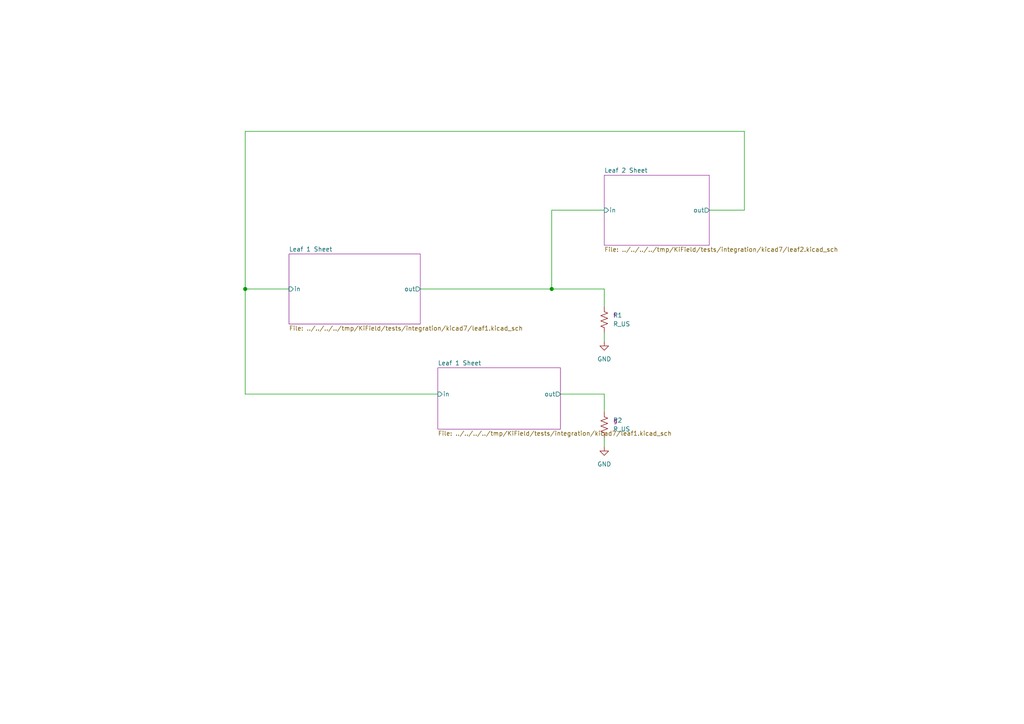
<source format=kicad_sch>
(kicad_sch (version 20230121) (generator eeschema)
  (paper "A4")
  (lib_symbols
    (symbol "Device:R_US" (pin_numbers hide) (pin_names (offset 0))
      (property "Reference" "R" (at 2.54 0 90))
      (property "Value" "R_US" (at -2.54 0 90))
      (symbol "R_US_0_1"
        (polyline (pts (xy 0 -2.286) (xy 0 -2.54)))
        (polyline (pts (xy 0 2.286) (xy 0 2.54)))
        (polyline (pts (xy 0 -0.762) (xy 1.016 -1.143) (xy 0 -1.524) (xy -1.016 -1.905) (xy 0 -2.286)))
        (polyline (pts (xy 0 0.762) (xy 1.016 0.381) (xy 0 0) (xy -1.016 -0.381) (xy 0 -0.762)))
        (polyline (pts (xy 0 2.286) (xy 1.016 1.905) (xy 0 1.524) (xy -1.016 1.143) (xy 0 0.762)))
      )
      (symbol "R_US_1_1"
        (pin passive line (at 0 3.81 270) (length 1.27) (name "~") (number "1"))
        (pin passive line (at 0 -3.81 90) (length 1.27) (name "~") (number "2"))
      )
    )
    (symbol "power:GND" (power) (pin_names (offset 0))
      (property "Value" "GND" (at 0 -3.81 0))
      (symbol "GND_0_1"
        (polyline (pts (xy 0 0) (xy 0 -1.27) (xy 1.27 -1.27) (xy 0 -2.54) (xy -1.27 -1.27) (xy 0 -1.27)))
      )
      (symbol "GND_1_1"
        (pin power_in line (at 0 0 270) (length 0) hide (name "GND") (number "1"))
      )
    )
  )
  (junction (at 71.12 83.82) (diameter 1.016))
  (junction (at 160.02 83.82) (diameter 1.016))
  (wire (pts (xy 160.02 60.96) (xy 160.02 83.82)))
  (wire (pts (xy 175.26 60.96) (xy 160.02 60.96)))
  (wire (pts (xy 162.56 114.3) (xy 175.26 114.3)))
  (wire (pts (xy 175.26 114.3) (xy 175.26 119.38)))
  (wire (pts (xy 71.12 38.1) (xy 71.12 83.82)))
  (wire (pts (xy 205.74 60.96) (xy 215.9 60.96)))
  (wire (pts (xy 215.9 38.1) (xy 71.12 38.1)))
  (wire (pts (xy 215.9 60.96) (xy 215.9 38.1)))
  (wire (pts (xy 121.92 83.82) (xy 160.02 83.82)))
  (wire (pts (xy 160.02 83.82) (xy 175.26 83.82)))
  (wire (pts (xy 175.26 83.82) (xy 175.26 88.9)))
  (wire (pts (xy 175.26 127) (xy 175.26 129.54)))
  (wire (pts (xy 71.12 83.82) (xy 71.12 114.3)))
  (wire (pts (xy 71.12 114.3) (xy 127 114.3)))
  (wire (pts (xy 83.82 83.82) (xy 71.12 83.82)))
  (wire (pts (xy 175.26 96.52) (xy 175.26 99.06)))
  (symbol (lib_id "power:GND") (at 175.26 99.06 0) (unit 1)
    (property "Reference" "#PWR01" (effects hide))
    (property "Value" "GND" (at 175.26 104.14 0))
  )
  (symbol (lib_id "Device:R_US") (at 175.26 92.71 0) (unit 1)
    (property "Reference" "R1" (at 177.8 91.44 0) (effects (justify left)))
    (property "Value" "R_US" (at 177.8 93.98 0) (effects (justify left)))
    (property "Footprint" "\"\"" (effects hide))
    (property "Datasheet" "\"~\"" (effects hide))
    (property "arbitrary" "\"1\"" (effects hide))
    (property "qwerty" "\"resistor\"" (effects hide))
    (property "new1" "f" (at 177.8 91.44 0) (effects (justify left)))
  )
  (symbol (lib_id "power:GND") (at 175.26 129.54 0) (unit 1)
    (property "Reference" "#PWR02" (effects hide))
    (property "Value" "GND" (at 175.26 134.62 0))
  )
  (symbol (lib_id "Device:R_US") (at 175.26 123.19 0) (unit 1)
    (property "Reference" "R2" (at 177.8 121.92 0) (effects (justify left)))
    (property "Value" "R_US" (at 177.8 124.46 0) (effects (justify left)))
    (property "Footprint" "\"\"" (effects hide))
    (property "Datasheet" "\"~\"" (effects hide))
    (property "arbitrary" "\"2\"" (effects hide))
    (property "qwerty" "\"resistor\"" (effects hide))
    (property "new1" "g" (at 177.8 121.92 0) (effects (justify left)))
  )
  (sheet (at 175.26 50.8) (size 30.48 20.32) (stroke (width 0.0005) (color 132 0 132 1)) (fill (color 255 255 255 0.0000))
    (property "Sheetname" "Leaf 2 Sheet" (at 175.26 50.1643 0) (effects (justify left bottom)))
    (property "Sheetfile" "../../../../tmp/KiField/tests/integration/kicad7/leaf2.kicad_sch" (at 175.26 71.6287 0) (effects (justify left top)))
    (pin "in" input (at 175.26 60.96 180))
    (pin "out" output (at 205.74 60.96 0))
  )
  (sheet (at 83.82 73.66) (size 38.1 20.32) (stroke (width 0.0005) (color 132 0 132 1)) (fill (color 255 255 255 0.0000))
    (property "Sheetname" "Leaf 1 Sheet" (at 83.82 73.0243 0) (effects (justify left bottom)))
    (property "Sheetfile" "../../../../tmp/KiField/tests/integration/kicad7/leaf1.kicad_sch" (at 83.82 94.4887 0) (effects (justify left top)))
    (pin "out" output (at 121.92 83.82 0))
    (pin "in" input (at 83.82 83.82 180))
  )
  (sheet (at 127 106.68) (size 35.56 17.78) (stroke (width 0.0005) (color 132 0 132 1)) (fill (color 255 255 255 0.0000))
    (property "Sheetname" "Leaf 1 Sheet" (at 127 106.0443 0) (effects (justify left bottom)))
    (property "Sheetfile" "../../../../tmp/KiField/tests/integration/kicad7/leaf1.kicad_sch" (at 127 124.9687 0) (effects (justify left top)))
    (pin "out" output (at 162.56 114.3 0))
    (pin "in" input (at 127 114.3 180))
  )
)
</source>
